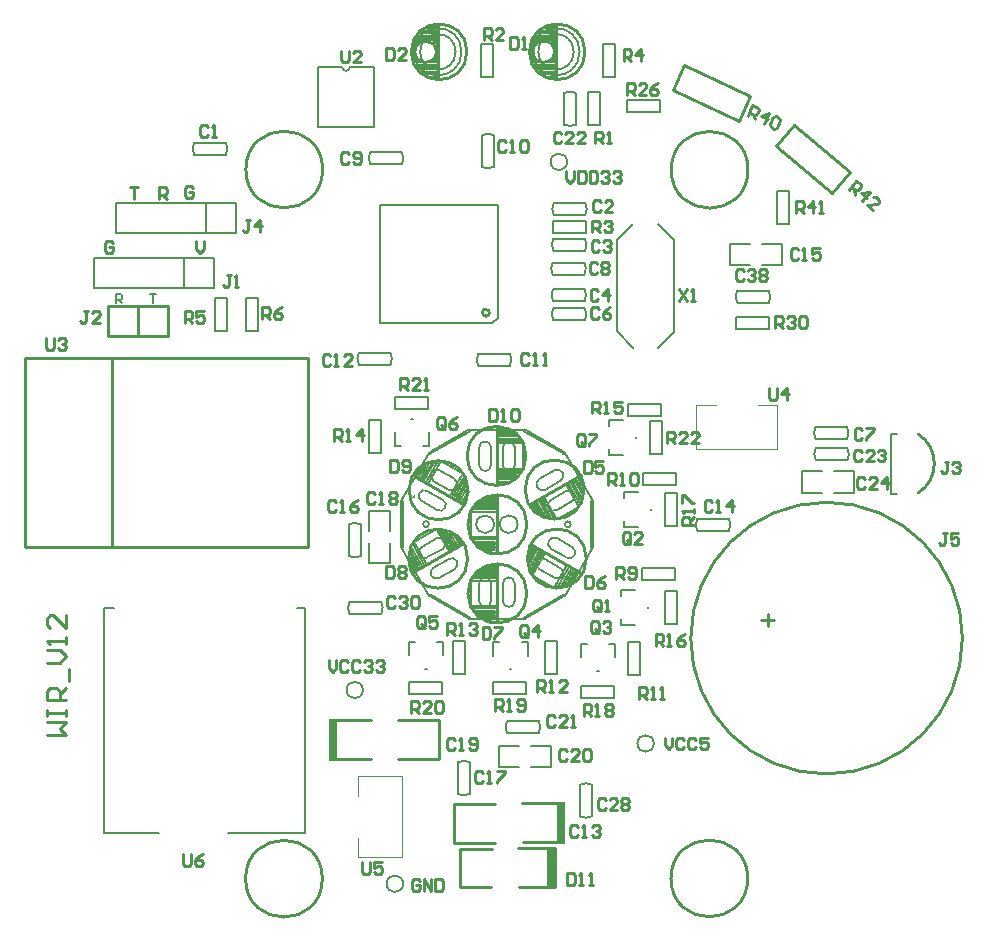
<source format=gto>
%FSLAX25Y25*%
%MOIN*%
G70*
G01*
G75*
%ADD10R,0.03000X0.03000*%
%ADD11R,0.03000X0.03000*%
%ADD12R,0.06000X0.13780*%
%ADD13R,0.05000X0.01000*%
%ADD14O,0.05000X0.01000*%
%ADD15R,0.01000X0.05000*%
%ADD16C,0.03937*%
%ADD17R,0.03600X0.03600*%
%ADD18R,0.05000X0.03600*%
%ADD19R,0.03600X0.03600*%
%ADD20R,0.03600X0.05000*%
%ADD21R,0.06000X0.05000*%
%ADD22R,0.07500X0.09000*%
%ADD23R,0.10827X0.10827*%
%ADD24R,0.05000X0.06000*%
%ADD25R,0.15748X0.11811*%
%ADD26O,0.03150X0.09843*%
%ADD27R,0.03150X0.09843*%
%ADD28R,0.11811X0.15748*%
%ADD29O,0.09843X0.03150*%
%ADD30R,0.09843X0.03150*%
%ADD31O,0.05906X0.01969*%
G04:AMPARAMS|DCode=32|XSize=86.61mil|YSize=47.24mil|CornerRadius=11.81mil|HoleSize=0mil|Usage=FLASHONLY|Rotation=270.000|XOffset=0mil|YOffset=0mil|HoleType=Round|Shape=RoundedRectangle|*
%AMROUNDEDRECTD32*
21,1,0.08661,0.02362,0,0,270.0*
21,1,0.06299,0.04724,0,0,270.0*
1,1,0.02362,-0.01181,-0.03150*
1,1,0.02362,-0.01181,0.03150*
1,1,0.02362,0.01181,0.03150*
1,1,0.02362,0.01181,-0.03150*
%
%ADD32ROUNDEDRECTD32*%
%ADD33R,0.04724X0.09449*%
%ADD34C,0.01000*%
%ADD35C,0.01969*%
%ADD36C,0.03150*%
%ADD37C,0.01181*%
%ADD38C,0.02953*%
%ADD39C,0.06000*%
%ADD40O,0.07874X0.11811*%
%ADD41C,0.06200*%
%ADD42P,0.06711X8X22.5*%
%ADD43R,0.05906X0.05906*%
%ADD44C,0.05906*%
%ADD45O,0.06000X0.04000*%
%ADD46O,0.04724X0.07874*%
%ADD47P,0.06392X8X22.5*%
%ADD48C,0.05906*%
%ADD49P,0.06392X8X142.5*%
%ADD50P,0.06392X8X82.5*%
%ADD51C,0.06299*%
%ADD52C,0.02362*%
%ADD53R,0.02362X0.04331*%
%ADD54R,0.07087X0.03150*%
%ADD55R,0.01575X0.07874*%
%ADD56O,0.01575X0.07874*%
%ADD57O,0.01969X0.05906*%
%ADD58O,0.02400X0.08000*%
%ADD59C,0.00787*%
%ADD60C,0.00500*%
%ADD61C,0.00800*%
%ADD62C,0.00394*%
%ADD63R,0.02567X0.13000*%
%ADD64R,0.02900X0.14000*%
D34*
X155661Y-38000D02*
G03*
X155661Y-38000I-45276J0D01*
G01*
X29869Y157442D02*
G03*
X29869Y157442I-9278J0D01*
G01*
X19691D02*
G03*
X19691Y157442I-3600J0D01*
G01*
X-9501D02*
G03*
X-9501Y157442I-9278J0D01*
G01*
X-19680D02*
G03*
X-19680Y157442I-3600J0D01*
G01*
X-1992Y70500D02*
G03*
X-1992Y70500I-1204J0D01*
G01*
X141012Y10413D02*
G03*
X141035Y29972I-6412J9787D01*
G01*
X10500Y-100D02*
G03*
X10500Y-100I-9843J0D01*
G01*
X29572Y11522D02*
G03*
X29572Y11522I-9843J0D01*
G01*
X30308Y-11478D02*
G03*
X30308Y-11478I-9843J0D01*
G01*
X10500Y-23100D02*
G03*
X10500Y-23100I-9843J0D01*
G01*
X-9265Y-11522D02*
G03*
X-9265Y-11522I-9843J0D01*
G01*
X-9123Y11278D02*
G03*
X-9123Y11278I-9843J0D01*
G01*
X10212Y22727D02*
G03*
X10212Y22727I-9843J0D01*
G01*
X-57600Y118200D02*
G03*
X-57600Y118200I-12795J0D01*
G01*
X84200Y118100D02*
G03*
X84200Y118100I-12795J0D01*
G01*
X84100Y-118100D02*
G03*
X84100Y-118100I-12795J0D01*
G01*
X-57700Y-118200D02*
G03*
X-57700Y-118200I-12795J0D01*
G01*
X90755Y-33996D02*
Y-29890D01*
X88499Y-31984D02*
X92846D01*
X20091Y148742D02*
Y166642D01*
X-19279Y148742D02*
Y166642D01*
X-11721Y-108145D02*
X-1229D01*
X-11721Y-121102D02*
X-1391D01*
X7893Y-121070D02*
X19972D01*
X7633Y-108070D02*
X19972D01*
Y-121070D02*
Y-108070D01*
X-11721Y-121102D02*
Y-108145D01*
X-129100Y62600D02*
X-109100D01*
Y72600D01*
X-129100D02*
X-109100D01*
X-129100Y62600D02*
Y72600D01*
X-119100Y62600D02*
Y72600D01*
X-13700Y-106140D02*
Y-93183D01*
X21187Y-106109D02*
Y-93109D01*
X8848D02*
X21187D01*
X9108Y-106109D02*
X21187D01*
X-13700Y-106140D02*
X-176D01*
X-13700Y-93183D02*
X-14D01*
X-18800Y-78255D02*
Y-65298D01*
X-53687Y-78330D02*
Y-65330D01*
Y-78330D02*
X-41348D01*
X-53687Y-65330D02*
X-41608D01*
X-32324Y-65298D02*
X-18800D01*
X-32486Y-78255D02*
X-18800D01*
X-156800Y-7500D02*
X-62312D01*
X-156800D02*
Y55492D01*
X-62312D01*
Y-7500D02*
Y55492D01*
X-127800Y-7500D02*
Y55492D01*
X-3900Y8500D02*
X200D01*
X500Y-9500D02*
Y9300D01*
X-1400D02*
X500D01*
X-2200Y-9500D02*
X500D01*
X-2200Y8500D02*
X-1400Y9300D01*
X12510Y6826D02*
X14560Y3275D01*
X11667Y6686D02*
X27949Y16086D01*
X11667Y6686D02*
X12617Y5040D01*
X27949Y16086D02*
X29299Y13748D01*
X12617Y5040D02*
X13710Y4748D01*
X10739Y-11125D02*
X12789Y-7574D01*
X12246Y-6914D02*
X28527Y-16314D01*
X11296Y-8560D02*
X12246Y-6914D01*
X27177Y-18652D02*
X28527Y-16314D01*
X11296Y-8560D02*
X11589Y-9652D01*
X-3900Y-14500D02*
X200D01*
X500Y-32500D02*
Y-13700D01*
X-1400D02*
X500D01*
X-2200Y-32500D02*
X500D01*
X-2200Y-14500D02*
X-1400Y-13700D01*
X-13939Y-3275D02*
X-11889Y-6826D01*
X-27327Y-16086D02*
X-11046Y-6686D01*
X-11996Y-5040D02*
X-11046Y-6686D01*
X-28677Y-13748D02*
X-27327Y-16086D01*
X-13089Y-4748D02*
X-11996Y-5040D01*
X-11289Y7374D02*
X-9239Y10925D01*
X-27027Y16114D02*
X-10746Y6714D01*
X-9796Y8360D01*
X-27027Y16114D02*
X-25677Y18452D01*
X-10089Y9452D02*
X-9796Y8360D01*
X827Y14127D02*
X4927D01*
X527Y13327D02*
Y32127D01*
Y13327D02*
X2427D01*
X527Y32127D02*
X3227D01*
X2427Y13327D02*
X3227Y14127D01*
X59044Y144841D02*
X62878Y153065D01*
X84968Y142765D01*
X81122Y134517D02*
X84968Y142765D01*
X59044Y144841D02*
X81122Y134517D01*
X93658Y125985D02*
X99491Y132936D01*
X118162Y117270D01*
X112312Y110299D02*
X118162Y117270D01*
X93658Y125985D02*
X112312Y110299D01*
X43800Y143100D02*
Y147036D01*
X45768D01*
X46424Y146380D01*
Y145068D01*
X45768Y144412D01*
X43800D01*
X45112D02*
X46424Y143100D01*
X50360D02*
X47736D01*
X50360Y145724D01*
Y146380D01*
X49704Y147036D01*
X48392D01*
X47736Y146380D01*
X54295Y147036D02*
X52983Y146380D01*
X51671Y145068D01*
Y143756D01*
X52327Y143100D01*
X53639D01*
X54295Y143756D01*
Y144412D01*
X53639Y145068D01*
X51671D01*
X150424Y-3064D02*
X149112D01*
X149768D01*
Y-6344D01*
X149112Y-7000D01*
X148456D01*
X147800Y-6344D01*
X154360Y-3064D02*
X151736D01*
Y-5032D01*
X153048Y-4376D01*
X153704D01*
X154360Y-5032D01*
Y-6344D01*
X153704Y-7000D01*
X152392D01*
X151736Y-6344D01*
X36724Y-91920D02*
X36068Y-91264D01*
X34756D01*
X34100Y-91920D01*
Y-94544D01*
X34756Y-95200D01*
X36068D01*
X36724Y-94544D01*
X40660Y-95200D02*
X38036D01*
X40660Y-92576D01*
Y-91920D01*
X40004Y-91264D01*
X38692D01*
X38036Y-91920D01*
X41971D02*
X42627Y-91264D01*
X43939D01*
X44595Y-91920D01*
Y-92576D01*
X43939Y-93232D01*
X44595Y-93888D01*
Y-94544D01*
X43939Y-95200D01*
X42627D01*
X41971Y-94544D01*
Y-93888D01*
X42627Y-93232D01*
X41971Y-92576D01*
Y-91920D01*
X42627Y-93232D02*
X43939D01*
X93300Y65500D02*
Y69436D01*
X95268D01*
X95924Y68780D01*
Y67468D01*
X95268Y66812D01*
X93300D01*
X94612D02*
X95924Y65500D01*
X97236Y68780D02*
X97892Y69436D01*
X99204D01*
X99860Y68780D01*
Y68124D01*
X99204Y67468D01*
X98548D01*
X99204D01*
X99860Y66812D01*
Y66156D01*
X99204Y65500D01*
X97892D01*
X97236Y66156D01*
X101172Y68780D02*
X101827Y69436D01*
X103139D01*
X103795Y68780D01*
Y66156D01*
X103139Y65500D01*
X101827D01*
X101172Y66156D01*
Y68780D01*
X47800Y-58300D02*
Y-54364D01*
X49768D01*
X50424Y-55020D01*
Y-56332D01*
X49768Y-56988D01*
X47800D01*
X49112D02*
X50424Y-58300D01*
X51736D02*
X53048D01*
X52392D01*
Y-54364D01*
X51736Y-55020D01*
X55015Y-58300D02*
X56327D01*
X55672D01*
Y-54364D01*
X55015Y-55020D01*
X82724Y84480D02*
X82068Y85136D01*
X80756D01*
X80100Y84480D01*
Y81856D01*
X80756Y81200D01*
X82068D01*
X82724Y81856D01*
X84036Y84480D02*
X84692Y85136D01*
X86004D01*
X86660Y84480D01*
Y83824D01*
X86004Y83168D01*
X85348D01*
X86004D01*
X86660Y82512D01*
Y81856D01*
X86004Y81200D01*
X84692D01*
X84036Y81856D01*
X87972Y84480D02*
X88627Y85136D01*
X89939D01*
X90595Y84480D01*
Y83824D01*
X89939Y83168D01*
X90595Y82512D01*
Y81856D01*
X89939Y81200D01*
X88627D01*
X87972Y81856D01*
Y82512D01*
X88627Y83168D01*
X87972Y83824D01*
Y84480D01*
X88627Y83168D02*
X89939D01*
X-95876Y132380D02*
X-96532Y133036D01*
X-97844D01*
X-98500Y132380D01*
Y129756D01*
X-97844Y129100D01*
X-96532D01*
X-95876Y129756D01*
X-94564Y129100D02*
X-93252D01*
X-93908D01*
Y133036D01*
X-94564Y132380D01*
X35074Y107430D02*
X34418Y108086D01*
X33106D01*
X32450Y107430D01*
Y104806D01*
X33106Y104150D01*
X34418D01*
X35074Y104806D01*
X39010Y104150D02*
X36386D01*
X39010Y106774D01*
Y107430D01*
X38354Y108086D01*
X37042D01*
X36386Y107430D01*
X34674Y94130D02*
X34018Y94786D01*
X32706D01*
X32050Y94130D01*
Y91506D01*
X32706Y90850D01*
X34018D01*
X34674Y91506D01*
X35986Y94130D02*
X36642Y94786D01*
X37954D01*
X38610Y94130D01*
Y93474D01*
X37954Y92818D01*
X37298D01*
X37954D01*
X38610Y92162D01*
Y91506D01*
X37954Y90850D01*
X36642D01*
X35986Y91506D01*
X34324Y77680D02*
X33668Y78336D01*
X32356D01*
X31700Y77680D01*
Y75056D01*
X32356Y74400D01*
X33668D01*
X34324Y75056D01*
X37604Y74400D02*
Y78336D01*
X35636Y76368D01*
X38260D01*
X34424Y71580D02*
X33768Y72236D01*
X32456D01*
X31800Y71580D01*
Y68956D01*
X32456Y68300D01*
X33768D01*
X34424Y68956D01*
X38360Y72236D02*
X37048Y71580D01*
X35736Y70268D01*
Y68956D01*
X36392Y68300D01*
X37704D01*
X38360Y68956D01*
Y69612D01*
X37704Y70268D01*
X35736D01*
X122324Y31480D02*
X121668Y32136D01*
X120356D01*
X119700Y31480D01*
Y28856D01*
X120356Y28200D01*
X121668D01*
X122324Y28856D01*
X123636Y32136D02*
X126260D01*
Y31480D01*
X123636Y28856D01*
Y28200D01*
X34024Y86680D02*
X33368Y87336D01*
X32056D01*
X31400Y86680D01*
Y84056D01*
X32056Y83400D01*
X33368D01*
X34024Y84056D01*
X35336Y86680D02*
X35992Y87336D01*
X37304D01*
X37960Y86680D01*
Y86024D01*
X37304Y85368D01*
X37960Y84712D01*
Y84056D01*
X37304Y83400D01*
X35992D01*
X35336Y84056D01*
Y84712D01*
X35992Y85368D01*
X35336Y86024D01*
Y86680D01*
X35992Y85368D02*
X37304D01*
X-48776Y123280D02*
X-49432Y123936D01*
X-50744D01*
X-51400Y123280D01*
Y120656D01*
X-50744Y120000D01*
X-49432D01*
X-48776Y120656D01*
X-47464D02*
X-46808Y120000D01*
X-45496D01*
X-44840Y120656D01*
Y123280D01*
X-45496Y123936D01*
X-46808D01*
X-47464Y123280D01*
Y122624D01*
X-46808Y121968D01*
X-44840D01*
X3524Y127480D02*
X2868Y128136D01*
X1556D01*
X900Y127480D01*
Y124856D01*
X1556Y124200D01*
X2868D01*
X3524Y124856D01*
X4836Y124200D02*
X6148D01*
X5492D01*
Y128136D01*
X4836Y127480D01*
X8116D02*
X8771Y128136D01*
X10083D01*
X10739Y127480D01*
Y124856D01*
X10083Y124200D01*
X8771D01*
X8116Y124856D01*
Y127480D01*
X11124Y56380D02*
X10468Y57036D01*
X9156D01*
X8500Y56380D01*
Y53756D01*
X9156Y53100D01*
X10468D01*
X11124Y53756D01*
X12436Y53100D02*
X13748D01*
X13092D01*
Y57036D01*
X12436Y56380D01*
X15716Y53100D02*
X17027D01*
X16372D01*
Y57036D01*
X15716Y56380D01*
X-54976Y55980D02*
X-55632Y56636D01*
X-56944D01*
X-57600Y55980D01*
Y53356D01*
X-56944Y52700D01*
X-55632D01*
X-54976Y53356D01*
X-53664Y52700D02*
X-52352D01*
X-53008D01*
Y56636D01*
X-53664Y55980D01*
X-47761Y52700D02*
X-50384D01*
X-47761Y55324D01*
Y55980D01*
X-48417Y56636D01*
X-49729D01*
X-50384Y55980D01*
X27624Y-101020D02*
X26968Y-100364D01*
X25656D01*
X25000Y-101020D01*
Y-103644D01*
X25656Y-104300D01*
X26968D01*
X27624Y-103644D01*
X28936Y-104300D02*
X30248D01*
X29592D01*
Y-100364D01*
X28936Y-101020D01*
X32215D02*
X32871Y-100364D01*
X34183D01*
X34839Y-101020D01*
Y-101676D01*
X34183Y-102332D01*
X33527D01*
X34183D01*
X34839Y-102988D01*
Y-103644D01*
X34183Y-104300D01*
X32871D01*
X32215Y-103644D01*
X72324Y7380D02*
X71668Y8036D01*
X70356D01*
X69700Y7380D01*
Y4756D01*
X70356Y4100D01*
X71668D01*
X72324Y4756D01*
X73636Y4100D02*
X74948D01*
X74292D01*
Y8036D01*
X73636Y7380D01*
X78883Y4100D02*
Y8036D01*
X76916Y6068D01*
X79539D01*
X101024Y91480D02*
X100368Y92136D01*
X99056D01*
X98400Y91480D01*
Y88856D01*
X99056Y88200D01*
X100368D01*
X101024Y88856D01*
X102336Y88200D02*
X103648D01*
X102992D01*
Y92136D01*
X102336Y91480D01*
X108239Y92136D02*
X105615D01*
Y90168D01*
X106927Y90824D01*
X107583D01*
X108239Y90168D01*
Y88856D01*
X107583Y88200D01*
X106272D01*
X105615Y88856D01*
X-53076Y7280D02*
X-53732Y7936D01*
X-55044D01*
X-55700Y7280D01*
Y4656D01*
X-55044Y4000D01*
X-53732D01*
X-53076Y4656D01*
X-51764Y4000D02*
X-50452D01*
X-51108D01*
Y7936D01*
X-51764Y7280D01*
X-45861Y7936D02*
X-47173Y7280D01*
X-48485Y5968D01*
Y4656D01*
X-47829Y4000D01*
X-46517D01*
X-45861Y4656D01*
Y5312D01*
X-46517Y5968D01*
X-48485D01*
X-4176Y-83020D02*
X-4832Y-82364D01*
X-6144D01*
X-6800Y-83020D01*
Y-85644D01*
X-6144Y-86300D01*
X-4832D01*
X-4176Y-85644D01*
X-2864Y-86300D02*
X-1552D01*
X-2208D01*
Y-82364D01*
X-2864Y-83020D01*
X416Y-82364D02*
X3039D01*
Y-83020D01*
X416Y-85644D01*
Y-86300D01*
X-40176Y10080D02*
X-40832Y10736D01*
X-42144D01*
X-42800Y10080D01*
Y7456D01*
X-42144Y6800D01*
X-40832D01*
X-40176Y7456D01*
X-38864Y6800D02*
X-37552D01*
X-38208D01*
Y10736D01*
X-38864Y10080D01*
X-35585D02*
X-34929Y10736D01*
X-33617D01*
X-32961Y10080D01*
Y9424D01*
X-33617Y8768D01*
X-32961Y8112D01*
Y7456D01*
X-33617Y6800D01*
X-34929D01*
X-35585Y7456D01*
Y8112D01*
X-34929Y8768D01*
X-35585Y9424D01*
Y10080D01*
X-34929Y8768D02*
X-33617D01*
X-13376Y-71920D02*
X-14032Y-71264D01*
X-15344D01*
X-16000Y-71920D01*
Y-74544D01*
X-15344Y-75200D01*
X-14032D01*
X-13376Y-74544D01*
X-12064Y-75200D02*
X-10752D01*
X-11408D01*
Y-71264D01*
X-12064Y-71920D01*
X-8784Y-74544D02*
X-8128Y-75200D01*
X-6817D01*
X-6161Y-74544D01*
Y-71920D01*
X-6817Y-71264D01*
X-8128D01*
X-8784Y-71920D01*
Y-72576D01*
X-8128Y-73232D01*
X-6161D01*
X23824Y-75620D02*
X23168Y-74964D01*
X21856D01*
X21200Y-75620D01*
Y-78244D01*
X21856Y-78900D01*
X23168D01*
X23824Y-78244D01*
X27760Y-78900D02*
X25136D01*
X27760Y-76276D01*
Y-75620D01*
X27104Y-74964D01*
X25792D01*
X25136Y-75620D01*
X29072D02*
X29727Y-74964D01*
X31039D01*
X31695Y-75620D01*
Y-78244D01*
X31039Y-78900D01*
X29727D01*
X29072Y-78244D01*
Y-75620D01*
X19924Y-64420D02*
X19268Y-63764D01*
X17956D01*
X17300Y-64420D01*
Y-67044D01*
X17956Y-67700D01*
X19268D01*
X19924Y-67044D01*
X23860Y-67700D02*
X21236D01*
X23860Y-65076D01*
Y-64420D01*
X23204Y-63764D01*
X21892D01*
X21236Y-64420D01*
X25172Y-67700D02*
X26483D01*
X25827D01*
Y-63764D01*
X25172Y-64420D01*
X22024Y130180D02*
X21368Y130836D01*
X20056D01*
X19400Y130180D01*
Y127556D01*
X20056Y126900D01*
X21368D01*
X22024Y127556D01*
X25960Y126900D02*
X23336D01*
X25960Y129524D01*
Y130180D01*
X25304Y130836D01*
X23992D01*
X23336Y130180D01*
X29895Y126900D02*
X27272D01*
X29895Y129524D01*
Y130180D01*
X29239Y130836D01*
X27927D01*
X27272Y130180D01*
X122124Y24180D02*
X121468Y24836D01*
X120156D01*
X119500Y24180D01*
Y21556D01*
X120156Y20900D01*
X121468D01*
X122124Y21556D01*
X126060Y20900D02*
X123436D01*
X126060Y23524D01*
Y24180D01*
X125404Y24836D01*
X124092D01*
X123436Y24180D01*
X127372D02*
X128027Y24836D01*
X129339D01*
X129995Y24180D01*
Y23524D01*
X129339Y22868D01*
X128683D01*
X129339D01*
X129995Y22212D01*
Y21556D01*
X129339Y20900D01*
X128027D01*
X127372Y21556D01*
X123224Y14980D02*
X122568Y15636D01*
X121256D01*
X120600Y14980D01*
Y12356D01*
X121256Y11700D01*
X122568D01*
X123224Y12356D01*
X127160Y11700D02*
X124536D01*
X127160Y14324D01*
Y14980D01*
X126504Y15636D01*
X125192D01*
X124536Y14980D01*
X130439Y11700D02*
Y15636D01*
X128472Y13668D01*
X131095D01*
X5000Y162436D02*
Y158500D01*
X6968D01*
X7624Y159156D01*
Y161780D01*
X6968Y162436D01*
X5000D01*
X8936Y158500D02*
X10248D01*
X9592D01*
Y162436D01*
X8936Y161780D01*
X-36400Y158736D02*
Y154800D01*
X-34432D01*
X-33776Y155456D01*
Y158080D01*
X-34432Y158736D01*
X-36400D01*
X-29840Y154800D02*
X-32464D01*
X-29840Y157424D01*
Y158080D01*
X-30496Y158736D01*
X-31808D01*
X-32464Y158080D01*
X29419Y21116D02*
Y17181D01*
X31387D01*
X32043Y17837D01*
Y20460D01*
X31387Y21116D01*
X29419D01*
X35979D02*
X33355D01*
Y19149D01*
X34667Y19805D01*
X35323D01*
X35979Y19149D01*
Y17837D01*
X35323Y17181D01*
X34011D01*
X33355Y17837D01*
X29900Y-17264D02*
Y-21200D01*
X31868D01*
X32524Y-20544D01*
Y-17920D01*
X31868Y-17264D01*
X29900D01*
X36460D02*
X35148Y-17920D01*
X33836Y-19232D01*
Y-20544D01*
X34492Y-21200D01*
X35804D01*
X36460Y-20544D01*
Y-19888D01*
X35804Y-19232D01*
X33836D01*
X-4300Y-34464D02*
Y-38400D01*
X-2332D01*
X-1676Y-37744D01*
Y-35120D01*
X-2332Y-34464D01*
X-4300D01*
X-364D02*
X2260D01*
Y-35120D01*
X-364Y-37744D01*
Y-38400D01*
X-36400Y-14064D02*
Y-18000D01*
X-34432D01*
X-33776Y-17344D01*
Y-14720D01*
X-34432Y-14064D01*
X-36400D01*
X-32464Y-14720D02*
X-31808Y-14064D01*
X-30496D01*
X-29840Y-14720D01*
Y-15376D01*
X-30496Y-16032D01*
X-29840Y-16688D01*
Y-17344D01*
X-30496Y-18000D01*
X-31808D01*
X-32464Y-17344D01*
Y-16688D01*
X-31808Y-16032D01*
X-32464Y-15376D01*
Y-14720D01*
X-31808Y-16032D02*
X-30496D01*
X-35000Y21336D02*
Y17400D01*
X-33032D01*
X-32376Y18056D01*
Y20680D01*
X-33032Y21336D01*
X-35000D01*
X-31064Y18056D02*
X-30408Y17400D01*
X-29096D01*
X-28440Y18056D01*
Y20680D01*
X-29096Y21336D01*
X-30408D01*
X-31064Y20680D01*
Y20024D01*
X-30408Y19368D01*
X-28440D01*
X-1973Y38263D02*
Y34327D01*
X-5D01*
X651Y34983D01*
Y37607D01*
X-5Y38263D01*
X-1973D01*
X1963Y34327D02*
X3275D01*
X2619D01*
Y38263D01*
X1963Y37607D01*
X5243D02*
X5899Y38263D01*
X7210D01*
X7867Y37607D01*
Y34983D01*
X7210Y34327D01*
X5899D01*
X5243Y34983D01*
Y37607D01*
X24000Y-116264D02*
Y-120200D01*
X25968D01*
X26624Y-119544D01*
Y-116920D01*
X25968Y-116264D01*
X24000D01*
X27936Y-120200D02*
X29248D01*
X28592D01*
Y-116264D01*
X27936Y-116920D01*
X31216Y-120200D02*
X32527D01*
X31872D01*
Y-116264D01*
X31216Y-116920D01*
X-25276Y-119020D02*
X-25932Y-118364D01*
X-27244D01*
X-27900Y-119020D01*
Y-121644D01*
X-27244Y-122300D01*
X-25932D01*
X-25276Y-121644D01*
Y-120332D01*
X-26588D01*
X-23964Y-122300D02*
Y-118364D01*
X-21340Y-122300D01*
Y-118364D01*
X-20029D02*
Y-122300D01*
X-18061D01*
X-17405Y-121644D01*
Y-119020D01*
X-18061Y-118364D01*
X-20029D01*
X-88276Y83036D02*
X-89588D01*
X-88932D01*
Y79756D01*
X-89588Y79100D01*
X-90244D01*
X-90900Y79756D01*
X-86964Y79100D02*
X-85652D01*
X-86308D01*
Y83036D01*
X-86964Y82380D01*
X-135776Y71036D02*
X-137088D01*
X-136432D01*
Y67756D01*
X-137088Y67100D01*
X-137744D01*
X-138400Y67756D01*
X-131840Y67100D02*
X-134464D01*
X-131840Y69724D01*
Y70380D01*
X-132496Y71036D01*
X-133808D01*
X-134464Y70380D01*
X151024Y20836D02*
X149712D01*
X150368D01*
Y17556D01*
X149712Y16900D01*
X149056D01*
X148400Y17556D01*
X152336Y20180D02*
X152992Y20836D01*
X154304D01*
X154960Y20180D01*
Y19524D01*
X154304Y18868D01*
X153648D01*
X154304D01*
X154960Y18212D01*
Y17556D01*
X154304Y16900D01*
X152992D01*
X152336Y17556D01*
X-81676Y101236D02*
X-82988D01*
X-82332D01*
Y97956D01*
X-82988Y97300D01*
X-83644D01*
X-84300Y97956D01*
X-78396Y97300D02*
Y101236D01*
X-80364Y99268D01*
X-77740D01*
X35124Y-28444D02*
Y-25820D01*
X34468Y-25164D01*
X33156D01*
X32500Y-25820D01*
Y-28444D01*
X33156Y-29100D01*
X34468D01*
X33812Y-27788D02*
X35124Y-29100D01*
X34468D02*
X35124Y-28444D01*
X36436Y-29100D02*
X37748D01*
X37092D01*
Y-25164D01*
X36436Y-25820D01*
X45024Y-5844D02*
Y-3220D01*
X44368Y-2564D01*
X43056D01*
X42400Y-3220D01*
Y-5844D01*
X43056Y-6500D01*
X44368D01*
X43712Y-5188D02*
X45024Y-6500D01*
X44368D02*
X45024Y-5844D01*
X48960Y-6500D02*
X46336D01*
X48960Y-3876D01*
Y-3220D01*
X48304Y-2564D01*
X46992D01*
X46336Y-3220D01*
X34424Y-35744D02*
Y-33120D01*
X33768Y-32464D01*
X32456D01*
X31800Y-33120D01*
Y-35744D01*
X32456Y-36400D01*
X33768D01*
X33112Y-35088D02*
X34424Y-36400D01*
X33768D02*
X34424Y-35744D01*
X35736Y-33120D02*
X36392Y-32464D01*
X37704D01*
X38360Y-33120D01*
Y-33776D01*
X37704Y-34432D01*
X37048D01*
X37704D01*
X38360Y-35088D01*
Y-35744D01*
X37704Y-36400D01*
X36392D01*
X35736Y-35744D01*
X10924Y-37044D02*
Y-34420D01*
X10268Y-33764D01*
X8956D01*
X8300Y-34420D01*
Y-37044D01*
X8956Y-37700D01*
X10268D01*
X9612Y-36388D02*
X10924Y-37700D01*
X10268D02*
X10924Y-37044D01*
X14204Y-37700D02*
Y-33764D01*
X12236Y-35732D01*
X14860D01*
X-23476Y-33944D02*
Y-31320D01*
X-24132Y-30664D01*
X-25444D01*
X-26100Y-31320D01*
Y-33944D01*
X-25444Y-34600D01*
X-24132D01*
X-24788Y-33288D02*
X-23476Y-34600D01*
X-24132D02*
X-23476Y-33944D01*
X-19540Y-30664D02*
X-22164D01*
Y-32632D01*
X-20852Y-31976D01*
X-20196D01*
X-19540Y-32632D01*
Y-33944D01*
X-20196Y-34600D01*
X-21508D01*
X-22164Y-33944D01*
X-16876Y32456D02*
Y35080D01*
X-17532Y35736D01*
X-18844D01*
X-19500Y35080D01*
Y32456D01*
X-18844Y31800D01*
X-17532D01*
X-18188Y33112D02*
X-16876Y31800D01*
X-17532D02*
X-16876Y32456D01*
X-12940Y35736D02*
X-14252Y35080D01*
X-15564Y33768D01*
Y32456D01*
X-14908Y31800D01*
X-13596D01*
X-12940Y32456D01*
Y33112D01*
X-13596Y33768D01*
X-15564D01*
X29724Y26856D02*
Y29480D01*
X29068Y30136D01*
X27756D01*
X27100Y29480D01*
Y26856D01*
X27756Y26200D01*
X29068D01*
X28412Y27512D02*
X29724Y26200D01*
X29068D02*
X29724Y26856D01*
X31036Y30136D02*
X33660D01*
Y29480D01*
X31036Y26856D01*
Y26200D01*
X33300Y126900D02*
Y130836D01*
X35268D01*
X35924Y130180D01*
Y128868D01*
X35268Y128212D01*
X33300D01*
X34612D02*
X35924Y126900D01*
X37236D02*
X38548D01*
X37892D01*
Y130836D01*
X37236Y130180D01*
X-3900Y161500D02*
Y165436D01*
X-1932D01*
X-1276Y164780D01*
Y163468D01*
X-1932Y162812D01*
X-3900D01*
X-2588D02*
X-1276Y161500D01*
X2660D02*
X36D01*
X2660Y164124D01*
Y164780D01*
X2004Y165436D01*
X692D01*
X36Y164780D01*
X32250Y97250D02*
Y101186D01*
X34218D01*
X34874Y100530D01*
Y99218D01*
X34218Y98562D01*
X32250D01*
X33562D02*
X34874Y97250D01*
X36186Y100530D02*
X36842Y101186D01*
X38154D01*
X38810Y100530D01*
Y99874D01*
X38154Y99218D01*
X37498D01*
X38154D01*
X38810Y98562D01*
Y97906D01*
X38154Y97250D01*
X36842D01*
X36186Y97906D01*
X42700Y154400D02*
Y158336D01*
X44668D01*
X45324Y157680D01*
Y156368D01*
X44668Y155712D01*
X42700D01*
X44012D02*
X45324Y154400D01*
X48604D02*
Y158336D01*
X46636Y156368D01*
X49260D01*
X-103600Y67200D02*
Y71136D01*
X-101632D01*
X-100976Y70480D01*
Y69168D01*
X-101632Y68512D01*
X-103600D01*
X-102288D02*
X-100976Y67200D01*
X-97040Y71136D02*
X-99664D01*
Y69168D01*
X-98352Y69824D01*
X-97696D01*
X-97040Y69168D01*
Y67856D01*
X-97696Y67200D01*
X-99008D01*
X-99664Y67856D01*
X-77700Y68400D02*
Y72336D01*
X-75732D01*
X-75076Y71680D01*
Y70368D01*
X-75732Y69712D01*
X-77700D01*
X-76388D02*
X-75076Y68400D01*
X-71140Y72336D02*
X-72452Y71680D01*
X-73764Y70368D01*
Y69056D01*
X-73108Y68400D01*
X-71796D01*
X-71140Y69056D01*
Y69712D01*
X-71796Y70368D01*
X-73764D01*
X40300Y-18300D02*
Y-14364D01*
X42268D01*
X42924Y-15020D01*
Y-16332D01*
X42268Y-16988D01*
X40300D01*
X41612D02*
X42924Y-18300D01*
X44236Y-17644D02*
X44892Y-18300D01*
X46204D01*
X46860Y-17644D01*
Y-15020D01*
X46204Y-14364D01*
X44892D01*
X44236Y-15020D01*
Y-15676D01*
X44892Y-16332D01*
X46860D01*
X37600Y13000D02*
Y16936D01*
X39568D01*
X40224Y16280D01*
Y14968D01*
X39568Y14312D01*
X37600D01*
X38912D02*
X40224Y13000D01*
X41536D02*
X42848D01*
X42192D01*
Y16936D01*
X41536Y16280D01*
X44815D02*
X45472Y16936D01*
X46783D01*
X47439Y16280D01*
Y13656D01*
X46783Y13000D01*
X45472D01*
X44815Y13656D01*
Y16280D01*
X14000Y-55800D02*
Y-51864D01*
X15968D01*
X16624Y-52520D01*
Y-53832D01*
X15968Y-54488D01*
X14000D01*
X15312D02*
X16624Y-55800D01*
X17936D02*
X19248D01*
X18592D01*
Y-51864D01*
X17936Y-52520D01*
X23839Y-55800D02*
X21215D01*
X23839Y-53176D01*
Y-52520D01*
X23183Y-51864D01*
X21871D01*
X21215Y-52520D01*
X-16100Y-36900D02*
Y-32964D01*
X-14132D01*
X-13476Y-33620D01*
Y-34932D01*
X-14132Y-35588D01*
X-16100D01*
X-14788D02*
X-13476Y-36900D01*
X-12164D02*
X-10852D01*
X-11508D01*
Y-32964D01*
X-12164Y-33620D01*
X-8884D02*
X-8229Y-32964D01*
X-6917D01*
X-6261Y-33620D01*
Y-34276D01*
X-6917Y-34932D01*
X-7573D01*
X-6917D01*
X-6261Y-35588D01*
Y-36244D01*
X-6917Y-36900D01*
X-8229D01*
X-8884Y-36244D01*
X-53800Y27700D02*
Y31636D01*
X-51832D01*
X-51176Y30980D01*
Y29668D01*
X-51832Y29012D01*
X-53800D01*
X-52488D02*
X-51176Y27700D01*
X-49864D02*
X-48552D01*
X-49208D01*
Y31636D01*
X-49864Y30980D01*
X-44617Y27700D02*
Y31636D01*
X-46584Y29668D01*
X-43961D01*
X32300Y36900D02*
Y40836D01*
X34268D01*
X34924Y40180D01*
Y38868D01*
X34268Y38212D01*
X32300D01*
X33612D02*
X34924Y36900D01*
X36236D02*
X37548D01*
X36892D01*
Y40836D01*
X36236Y40180D01*
X42139Y40836D02*
X39516D01*
Y38868D01*
X40827Y39524D01*
X41483D01*
X42139Y38868D01*
Y37556D01*
X41483Y36900D01*
X40172D01*
X39516Y37556D01*
X53400Y-40600D02*
Y-36664D01*
X55368D01*
X56024Y-37320D01*
Y-38632D01*
X55368Y-39288D01*
X53400D01*
X54712D02*
X56024Y-40600D01*
X57336D02*
X58648D01*
X57992D01*
Y-36664D01*
X57336Y-37320D01*
X63239Y-36664D02*
X61927Y-37320D01*
X60615Y-38632D01*
Y-39944D01*
X61272Y-40600D01*
X62583D01*
X63239Y-39944D01*
Y-39288D01*
X62583Y-38632D01*
X60615D01*
X66100Y-200D02*
X62164D01*
Y1768D01*
X62820Y2424D01*
X64132D01*
X64788Y1768D01*
Y-200D01*
Y1112D02*
X66100Y2424D01*
Y3736D02*
Y5048D01*
Y4392D01*
X62164D01*
X62820Y3736D01*
X62164Y7016D02*
Y9639D01*
X62820D01*
X65444Y7016D01*
X66100D01*
X29400Y-64000D02*
Y-60064D01*
X31368D01*
X32024Y-60720D01*
Y-62032D01*
X31368Y-62688D01*
X29400D01*
X30712D02*
X32024Y-64000D01*
X33336D02*
X34648D01*
X33992D01*
Y-60064D01*
X33336Y-60720D01*
X36615D02*
X37271Y-60064D01*
X38583D01*
X39239Y-60720D01*
Y-61376D01*
X38583Y-62032D01*
X39239Y-62688D01*
Y-63344D01*
X38583Y-64000D01*
X37271D01*
X36615Y-63344D01*
Y-62688D01*
X37271Y-62032D01*
X36615Y-61376D01*
Y-60720D01*
X37271Y-62032D02*
X38583D01*
X0Y-62200D02*
Y-58264D01*
X1968D01*
X2624Y-58920D01*
Y-60232D01*
X1968Y-60888D01*
X0D01*
X1312D02*
X2624Y-62200D01*
X3936D02*
X5248D01*
X4592D01*
Y-58264D01*
X3936Y-58920D01*
X7215Y-61544D02*
X7871Y-62200D01*
X9183D01*
X9839Y-61544D01*
Y-58920D01*
X9183Y-58264D01*
X7871D01*
X7215Y-58920D01*
Y-59576D01*
X7871Y-60232D01*
X9839D01*
X-28000Y-62800D02*
Y-58864D01*
X-26032D01*
X-25376Y-59520D01*
Y-60832D01*
X-26032Y-61488D01*
X-28000D01*
X-26688D02*
X-25376Y-62800D01*
X-21440D02*
X-24064D01*
X-21440Y-60176D01*
Y-59520D01*
X-22096Y-58864D01*
X-23408D01*
X-24064Y-59520D01*
X-20129D02*
X-19473Y-58864D01*
X-18161D01*
X-17505Y-59520D01*
Y-62144D01*
X-18161Y-62800D01*
X-19473D01*
X-20129Y-62144D01*
Y-59520D01*
X-31800Y44600D02*
Y48536D01*
X-29832D01*
X-29176Y47880D01*
Y46568D01*
X-29832Y45912D01*
X-31800D01*
X-30488D02*
X-29176Y44600D01*
X-25240D02*
X-27864D01*
X-25240Y47224D01*
Y47880D01*
X-25896Y48536D01*
X-27208D01*
X-27864Y47880D01*
X-23929Y44600D02*
X-22617D01*
X-23273D01*
Y48536D01*
X-23929Y47880D01*
X57300Y26900D02*
Y30836D01*
X59268D01*
X59924Y30180D01*
Y28868D01*
X59268Y28212D01*
X57300D01*
X58612D02*
X59924Y26900D01*
X63860D02*
X61236D01*
X63860Y29524D01*
Y30180D01*
X63204Y30836D01*
X61892D01*
X61236Y30180D01*
X67795Y26900D02*
X65171D01*
X67795Y29524D01*
Y30180D01*
X67139Y30836D01*
X65827D01*
X65171Y30180D01*
X-51400Y157836D02*
Y154556D01*
X-50744Y153900D01*
X-49432D01*
X-48776Y154556D01*
Y157836D01*
X-44840Y153900D02*
X-47464D01*
X-44840Y156524D01*
Y157180D01*
X-45496Y157836D01*
X-46808D01*
X-47464Y157180D01*
X91200Y45436D02*
Y42156D01*
X91856Y41500D01*
X93168D01*
X93824Y42156D01*
Y45436D01*
X97104Y41500D02*
Y45436D01*
X95136Y43468D01*
X97760D01*
X-44500Y-112764D02*
Y-116044D01*
X-43844Y-116700D01*
X-42532D01*
X-41876Y-116044D01*
Y-112764D01*
X-37940D02*
X-40564D01*
Y-114732D01*
X-39252Y-114076D01*
X-38596D01*
X-37940Y-114732D01*
Y-116044D01*
X-38596Y-116700D01*
X-39908D01*
X-40564Y-116044D01*
X56400Y-71164D02*
Y-73788D01*
X57712Y-75100D01*
X59024Y-73788D01*
Y-71164D01*
X62960Y-71820D02*
X62304Y-71164D01*
X60992D01*
X60336Y-71820D01*
Y-74444D01*
X60992Y-75100D01*
X62304D01*
X62960Y-74444D01*
X66895Y-71820D02*
X66239Y-71164D01*
X64927D01*
X64271Y-71820D01*
Y-74444D01*
X64927Y-75100D01*
X66239D01*
X66895Y-74444D01*
X70831Y-71164D02*
X68207D01*
Y-73132D01*
X69519Y-72476D01*
X70175D01*
X70831Y-73132D01*
Y-74444D01*
X70175Y-75100D01*
X68863D01*
X68207Y-74444D01*
X-55600Y-45364D02*
Y-47988D01*
X-54288Y-49300D01*
X-52976Y-47988D01*
Y-45364D01*
X-49040Y-46020D02*
X-49696Y-45364D01*
X-51008D01*
X-51664Y-46020D01*
Y-48644D01*
X-51008Y-49300D01*
X-49696D01*
X-49040Y-48644D01*
X-45105Y-46020D02*
X-45761Y-45364D01*
X-47073D01*
X-47728Y-46020D01*
Y-48644D01*
X-47073Y-49300D01*
X-45761D01*
X-45105Y-48644D01*
X-43793Y-46020D02*
X-43137Y-45364D01*
X-41825D01*
X-41169Y-46020D01*
Y-46676D01*
X-41825Y-47332D01*
X-42481D01*
X-41825D01*
X-41169Y-47988D01*
Y-48644D01*
X-41825Y-49300D01*
X-43137D01*
X-43793Y-48644D01*
X-39857Y-46020D02*
X-39201Y-45364D01*
X-37889D01*
X-37233Y-46020D01*
Y-46676D01*
X-37889Y-47332D01*
X-38545D01*
X-37889D01*
X-37233Y-47988D01*
Y-48644D01*
X-37889Y-49300D01*
X-39201D01*
X-39857Y-48644D01*
X23500Y117636D02*
Y115012D01*
X24812Y113700D01*
X26124Y115012D01*
Y117636D01*
X27436D02*
Y113700D01*
X29404D01*
X30060Y114356D01*
Y116980D01*
X29404Y117636D01*
X27436D01*
X31372D02*
Y113700D01*
X33339D01*
X33995Y114356D01*
Y116980D01*
X33339Y117636D01*
X31372D01*
X35307Y116980D02*
X35963Y117636D01*
X37275D01*
X37931Y116980D01*
Y116324D01*
X37275Y115668D01*
X36619D01*
X37275D01*
X37931Y115012D01*
Y114356D01*
X37275Y113700D01*
X35963D01*
X35307Y114356D01*
X39243Y116980D02*
X39899Y117636D01*
X41211D01*
X41867Y116980D01*
Y116324D01*
X41211Y115668D01*
X40555D01*
X41211D01*
X41867Y115012D01*
Y114356D01*
X41211Y113700D01*
X39899D01*
X39243Y114356D01*
X61200Y78236D02*
X63824Y74300D01*
Y78236D02*
X61200Y74300D01*
X65136D02*
X66448D01*
X65792D01*
Y78236D01*
X65136Y77580D01*
X-33476Y-24720D02*
X-34132Y-24064D01*
X-35444D01*
X-36100Y-24720D01*
Y-27344D01*
X-35444Y-28000D01*
X-34132D01*
X-33476Y-27344D01*
X-32164Y-24720D02*
X-31508Y-24064D01*
X-30196D01*
X-29540Y-24720D01*
Y-25376D01*
X-30196Y-26032D01*
X-30852D01*
X-30196D01*
X-29540Y-26688D01*
Y-27344D01*
X-30196Y-28000D01*
X-31508D01*
X-32164Y-27344D01*
X-28229Y-24720D02*
X-27573Y-24064D01*
X-26261D01*
X-25605Y-24720D01*
Y-27344D01*
X-26261Y-28000D01*
X-27573D01*
X-28229Y-27344D01*
Y-24720D01*
X-104000Y-110064D02*
Y-113344D01*
X-103344Y-114000D01*
X-102032D01*
X-101376Y-113344D01*
Y-110064D01*
X-97440D02*
X-98752Y-110720D01*
X-100064Y-112032D01*
Y-113344D01*
X-99408Y-114000D01*
X-98096D01*
X-97440Y-113344D01*
Y-112688D01*
X-98096Y-112032D01*
X-100064D01*
X-149800Y61936D02*
Y58656D01*
X-149144Y58000D01*
X-147832D01*
X-147176Y58656D01*
Y61936D01*
X-145864Y61280D02*
X-145208Y61936D01*
X-143896D01*
X-143240Y61280D01*
Y60624D01*
X-143896Y59968D01*
X-144552D01*
X-143896D01*
X-143240Y59312D01*
Y58656D01*
X-143896Y58000D01*
X-145208D01*
X-145864Y58656D01*
X84029Y136010D02*
X85692Y139577D01*
X87475Y138746D01*
X87793Y137874D01*
X87238Y136685D01*
X86366Y136368D01*
X84583Y137199D01*
X85772Y136645D02*
X86406Y134901D01*
X89379Y133515D02*
X91042Y137082D01*
X88427Y136130D01*
X90805Y135022D01*
X92549Y135656D02*
X93420Y135973D01*
X94609Y135419D01*
X94927Y134547D01*
X93818Y132169D01*
X92946Y131852D01*
X91757Y132406D01*
X91440Y133278D01*
X92549Y135656D01*
X100100Y103700D02*
Y107636D01*
X102068D01*
X102724Y106980D01*
Y105668D01*
X102068Y105012D01*
X100100D01*
X101412D02*
X102724Y103700D01*
X106004D02*
Y107636D01*
X104036Y105668D01*
X106660D01*
X107972Y103700D02*
X109283D01*
X108627D01*
Y107636D01*
X107972Y106980D01*
X117700Y111500D02*
X120230Y114515D01*
X121737Y113250D01*
X121818Y112326D01*
X120975Y111321D01*
X120051Y111240D01*
X118543Y112505D01*
X119548Y111662D02*
X119710Y109813D01*
X122222Y107705D02*
X124752Y110720D01*
X121980Y110478D01*
X123990Y108791D01*
X125740Y104754D02*
X123730Y106440D01*
X127426Y106764D01*
X127848Y107266D01*
X127767Y108190D01*
X126762Y109034D01*
X125838Y108953D01*
X-99900Y94336D02*
Y91712D01*
X-98588Y90400D01*
X-97276Y91712D01*
Y94336D01*
X-127476Y93580D02*
X-128132Y94236D01*
X-129444D01*
X-130100Y93580D01*
Y90956D01*
X-129444Y90300D01*
X-128132D01*
X-127476Y90956D01*
Y92268D01*
X-128788D01*
X-100776Y111880D02*
X-101432Y112536D01*
X-102744D01*
X-103400Y111880D01*
Y109256D01*
X-102744Y108600D01*
X-101432D01*
X-100776Y109256D01*
Y110568D01*
X-102088D01*
X-121700Y112436D02*
X-119076D01*
X-120388D01*
Y108500D01*
X-112200D02*
Y112436D01*
X-110232D01*
X-109576Y111780D01*
Y110468D01*
X-110232Y109812D01*
X-112200D01*
X-110888D02*
X-109576Y108500D01*
X-149497Y-70300D02*
X-143200D01*
X-145299Y-68201D01*
X-143200Y-66102D01*
X-149497D01*
Y-64003D02*
Y-61904D01*
Y-62953D01*
X-143200D01*
Y-64003D01*
Y-61904D01*
Y-58755D02*
X-149497D01*
Y-55607D01*
X-148448Y-54557D01*
X-146349D01*
X-145299Y-55607D01*
Y-58755D01*
Y-56656D02*
X-143200Y-54557D01*
X-142150Y-52458D02*
Y-48260D01*
X-149497Y-46161D02*
X-145299D01*
X-143200Y-44062D01*
X-145299Y-41963D01*
X-149497D01*
X-143200Y-39864D02*
Y-37765D01*
Y-38814D01*
X-149497D01*
X-148448Y-39864D01*
X-143200Y-30418D02*
Y-34616D01*
X-147398Y-30418D01*
X-148448D01*
X-149497Y-31468D01*
Y-33566D01*
X-148448Y-34616D01*
D59*
X28231Y-97439D02*
G03*
X32209Y-97417I1969J3839D01*
G01*
X32168Y-86861D02*
G03*
X28191Y-86883I-1969J-3839D01*
G01*
X91139Y73831D02*
G03*
X91118Y77809I-3839J1969D01*
G01*
X80561Y77768D02*
G03*
X80582Y73791I3839J-1969D01*
G01*
X-4468Y119061D02*
G03*
X-491Y119082I1969J3839D01*
G01*
X-532Y129639D02*
G03*
X-4509Y129618I-1969J-3839D01*
G01*
X-5739Y56769D02*
G03*
X-5717Y52791I3839J-1969D01*
G01*
X4839Y52832D02*
G03*
X4817Y56809I-3839J1969D01*
G01*
X-34961Y53232D02*
G03*
X-34982Y57209I-3839J1969D01*
G01*
X-45539Y57169D02*
G03*
X-45518Y53191I3839J-1969D01*
G01*
X-41739Y123869D02*
G03*
X-41717Y119891I3839J-1969D01*
G01*
X-31161Y119931D02*
G03*
X-31183Y123909I-3839J1969D01*
G01*
X19061Y87169D02*
G03*
X19083Y83191I3839J-1969D01*
G01*
X29639Y83232D02*
G03*
X29618Y87209I-3839J1969D01*
G01*
X19261Y71969D02*
G03*
X19283Y67991I3839J-1969D01*
G01*
X29839Y68032D02*
G03*
X29818Y72009I-3839J1969D01*
G01*
X19412Y107019D02*
G03*
X19433Y103041I3839J-1969D01*
G01*
X29989Y103082D02*
G03*
X29968Y107060I-3839J1969D01*
G01*
X19161Y78268D02*
G03*
X19183Y74291I3839J-1969D01*
G01*
X29739Y74331D02*
G03*
X29717Y78309I-3839J1969D01*
G01*
X-89861Y123231D02*
G03*
X-89882Y127209I-3839J1969D01*
G01*
X-100439Y127169D02*
G03*
X-100417Y123191I3839J-1969D01*
G01*
X19312Y95119D02*
G03*
X19333Y91141I3839J-1969D01*
G01*
X29889Y91182D02*
G03*
X29868Y95160I-3839J1969D01*
G01*
X26768Y143739D02*
G03*
X22791Y143718I-1969J-3839D01*
G01*
X22831Y133161D02*
G03*
X26809Y133183I1969J3839D01*
G01*
X52824Y-73124D02*
G03*
X52824Y-73124I-2756J0D01*
G01*
X-30744Y-119892D02*
G03*
X-30744Y-119892I-2756J0D01*
G01*
X-44144Y-55292D02*
G03*
X-44144Y-55292I-2756J0D01*
G01*
X23906Y120757D02*
G03*
X23906Y120757I-2756J0D01*
G01*
X117339Y21331D02*
G03*
X117317Y25309I-3839J1969D01*
G01*
X106761Y25269D02*
G03*
X106782Y21291I3839J-1969D01*
G01*
X117239Y28431D02*
G03*
X117218Y32409I-3839J1969D01*
G01*
X106661Y32368D02*
G03*
X106683Y28391I3839J-1969D01*
G01*
X3861Y-65632D02*
G03*
X3883Y-69609I3839J-1969D01*
G01*
X14439Y-69569D02*
G03*
X14417Y-65591I-3839J1969D01*
G01*
X-48869Y-10639D02*
G03*
X-44891Y-10617I1969J3839D01*
G01*
X-44932Y-61D02*
G03*
X-48909Y-82I-1969J-3839D01*
G01*
X67261Y1768D02*
G03*
X67282Y-2209I3839J-1969D01*
G01*
X77839Y-2169D02*
G03*
X77817Y1809I-3839J1969D01*
G01*
X-8631Y-79361D02*
G03*
X-12609Y-79382I-1969J-3839D01*
G01*
X-12569Y-89939D02*
G03*
X-8591Y-89917I1969J3839D01*
G01*
X-51099Y152300D02*
G03*
X-48599Y152300I1250J0D01*
G01*
X-48639Y-25932D02*
G03*
X-48618Y-29909I3839J-1969D01*
G01*
X-38061Y-29869D02*
G03*
X-38083Y-25891I-3839J1969D01*
G01*
X28200Y-97439D02*
Y-87000D01*
X32200Y-97400D02*
Y-86900D01*
X43959Y137300D02*
Y141300D01*
X54959Y137300D02*
Y141300D01*
X43959Y137300D02*
X54959D01*
X43959Y141300D02*
X54959D01*
X44300Y-50141D02*
X48300D01*
X44300Y-39141D02*
X48300D01*
Y-50141D02*
Y-39141D01*
X44300Y-50141D02*
Y-39141D01*
X80359Y64900D02*
Y68900D01*
X91359Y64900D02*
Y68900D01*
X80359Y64900D02*
X91359D01*
X80359Y68900D02*
X91359D01*
X80700Y73800D02*
X91139D01*
X80600Y77800D02*
X91100D01*
X55341Y36200D02*
Y40200D01*
X44341Y36200D02*
Y40200D01*
X55341D01*
X44341Y36200D02*
X55341D01*
X-42200Y34741D02*
X-38200D01*
X-42200Y23741D02*
X-38200D01*
X-42200D02*
Y34741D01*
X-38200Y23741D02*
Y34741D01*
X-14300Y-49941D02*
X-10300D01*
X-14300Y-38941D02*
X-10300D01*
Y-49941D02*
Y-38941D01*
X-14300Y-49941D02*
Y-38941D01*
X16500Y-49941D02*
X20500D01*
X16500Y-38941D02*
X20500D01*
Y-49941D02*
Y-38941D01*
X16500Y-49941D02*
Y-38941D01*
X60041Y12900D02*
Y16900D01*
X49041Y12900D02*
Y16900D01*
X60041D01*
X49041Y12900D02*
X60041D01*
X59941Y-18500D02*
Y-14500D01*
X48941Y-18500D02*
Y-14500D01*
X59941D01*
X48941Y-18500D02*
X59941D01*
X-4500Y119100D02*
Y129600D01*
X-500Y119200D02*
Y129639D01*
X-5700Y56800D02*
X4800D01*
X-5600Y52800D02*
X4839D01*
X-45500Y53200D02*
X-35000D01*
X-45539Y57200D02*
X-35100D01*
X-41700Y123900D02*
X-31200D01*
X-41600Y119900D02*
X-31161D01*
X19100Y87200D02*
X29600D01*
X19200Y83200D02*
X29639D01*
X19300Y72000D02*
X29800D01*
X19400Y68000D02*
X29839D01*
X19450Y107050D02*
X29950D01*
X19550Y103050D02*
X29989D01*
X40563Y94721D02*
X45980Y100139D01*
X40563Y64217D02*
Y94721D01*
Y64217D02*
X45976Y58800D01*
X54343D02*
X59465Y63922D01*
X54150Y100139D02*
X59465Y94824D01*
Y63922D02*
Y94824D01*
X19200Y78300D02*
X29700D01*
X19300Y74300D02*
X29739D01*
X-100400Y123200D02*
X-89900D01*
X-100439Y127200D02*
X-90000D01*
X19350Y95150D02*
X29850D01*
X19450Y91150D02*
X29889D01*
X19109Y101150D02*
X30109D01*
X19109Y97150D02*
X30109D01*
Y101150D01*
X19109Y97150D02*
Y101150D01*
X36000Y148959D02*
Y159959D01*
X40000Y148959D02*
Y159959D01*
X36000D02*
X40000D01*
X36000Y148959D02*
X40000D01*
X-4700Y149059D02*
Y160059D01*
X-700Y149059D02*
Y160059D01*
X-4700D02*
X-700D01*
X-4700Y149059D02*
X-700D01*
X-103700Y78700D02*
Y88700D01*
X-93700Y78700D02*
Y88700D01*
X-133700Y78700D02*
X-93700D01*
X-133700D02*
Y88700D01*
X-93700D01*
X26800Y133200D02*
Y143700D01*
X22800Y133161D02*
Y143600D01*
X-96600Y96900D02*
Y106900D01*
X-86600Y96900D02*
Y106900D01*
X-126600Y96900D02*
X-86600D01*
X-126600D02*
Y106900D01*
X-86600D01*
X35000Y132941D02*
Y143941D01*
X31000Y132941D02*
Y143941D01*
Y132941D02*
X35000D01*
X31000Y143941D02*
X35000D01*
X55500Y23241D02*
Y34241D01*
X51500Y23241D02*
Y34241D01*
Y23241D02*
X55500D01*
X51500Y34241D02*
X55500D01*
X60400Y-33259D02*
Y-22259D01*
X56400Y-33259D02*
Y-22259D01*
Y-33259D02*
X60400D01*
X56400Y-22259D02*
X60400D01*
X-33441Y42500D02*
X-22441D01*
X-33441Y38500D02*
X-22441D01*
Y42500D01*
X-33441Y38500D02*
Y42500D01*
X37900Y34700D02*
X42400D01*
X37900Y23200D02*
X42400D01*
X37900Y32700D02*
Y34700D01*
X46900Y28700D02*
Y29200D01*
X37900Y23200D02*
Y25200D01*
X60500Y-759D02*
Y10241D01*
X56500Y-759D02*
Y10241D01*
Y-759D02*
X60500D01*
X56500Y10241D02*
X60500D01*
X42000Y-22000D02*
X46500D01*
X42000Y-33500D02*
X46500D01*
X42000Y-24000D02*
Y-22000D01*
X51000Y-28000D02*
Y-27500D01*
X42000Y-33500D02*
Y-31500D01*
X42900Y10700D02*
X47400D01*
X42900Y-800D02*
X47400D01*
X42900Y8700D02*
Y10700D01*
X51900Y4700D02*
Y5200D01*
X42900Y-800D02*
Y1200D01*
X39900Y-44400D02*
Y-39900D01*
X28400Y-44400D02*
Y-39900D01*
X37900D02*
X39900D01*
X33900Y-48900D02*
X34400D01*
X28400Y-39900D02*
X30400D01*
X10700Y-43900D02*
Y-39400D01*
X-800Y-43900D02*
Y-39400D01*
X8700D02*
X10700D01*
X4700Y-48400D02*
X5200D01*
X-800Y-39400D02*
X1200D01*
X-17400Y-43700D02*
Y-39200D01*
X-28900Y-43700D02*
Y-39200D01*
X-19400D02*
X-17400D01*
X-23400Y-48200D02*
X-22900D01*
X-28900Y-39200D02*
X-26900D01*
X-33600Y26100D02*
Y30600D01*
X-22100Y26100D02*
Y30600D01*
X-33600Y26100D02*
X-31600D01*
X-28100Y35100D02*
X-27600D01*
X-24100Y26100D02*
X-22100D01*
X-759Y-56700D02*
X10241D01*
X-759Y-52700D02*
X10241D01*
X-759Y-56700D02*
Y-52700D01*
X10241Y-56700D02*
Y-52700D01*
X-28959Y-56700D02*
X-17959D01*
X-28959Y-52700D02*
X-17959D01*
X-28959Y-56700D02*
Y-52700D01*
X-17959Y-56700D02*
Y-52700D01*
X28541Y-57800D02*
X39541D01*
X28541Y-53800D02*
X39541D01*
X28541Y-57800D02*
Y-53800D01*
X39541Y-57800D02*
Y-53800D01*
X106800Y21300D02*
X117300D01*
X106761Y25300D02*
X117200D01*
X112900Y10457D02*
X119613D01*
X112900Y17543D02*
X119613D01*
X102187D02*
X108900D01*
X102187Y10457D02*
X108900D01*
X102187D02*
Y17543D01*
X119613Y10457D02*
Y17543D01*
X106700Y28400D02*
X117200D01*
X106661Y32400D02*
X117100D01*
X131725Y30200D02*
X133700D01*
X131725Y10200D02*
X133700D01*
X1087Y-73857D02*
X7800D01*
X1087Y-80943D02*
X7800D01*
X11800D02*
X18513D01*
X11800Y-73857D02*
X18513D01*
Y-80943D02*
Y-73857D01*
X1087Y-80943D02*
Y-73857D01*
X3900Y-65600D02*
X14400D01*
X4000Y-69600D02*
X14439D01*
X-48900Y-10600D02*
Y-100D01*
X-44900Y-10500D02*
Y-61D01*
X-83100Y64459D02*
Y75459D01*
X-79100Y64459D02*
Y75459D01*
X-83100D02*
X-79100D01*
X-83100Y64459D02*
X-79100D01*
X-93500D02*
Y75459D01*
X-89500Y64459D02*
Y75459D01*
X-93500D02*
X-89500D01*
X-93500Y64459D02*
X-89500D01*
X67300Y1800D02*
X77800D01*
X67400Y-2200D02*
X77839D01*
X78087Y93343D02*
X84800D01*
X78087Y86257D02*
X84800D01*
X88800D02*
X95513D01*
X88800Y93343D02*
X95513D01*
Y86257D02*
Y93343D01*
X78087Y86257D02*
Y93343D01*
X-42243Y-13013D02*
Y-6300D01*
X-35157Y-13013D02*
Y-6300D01*
Y-2300D02*
Y4413D01*
X-42243Y-2300D02*
Y4413D01*
X-35157D01*
X-42243Y-13013D02*
X-35157D01*
X-8600Y-89900D02*
Y-79400D01*
X-12600Y-89939D02*
Y-79500D01*
X-59160Y132300D02*
Y152300D01*
Y132300D02*
X-40538D01*
Y152300D01*
X-48599D02*
X-40538D01*
X-59160D02*
X-51099D01*
X-48600Y-25900D02*
X-38100D01*
X-48500Y-29900D02*
X-38061D01*
X94000Y99959D02*
Y110959D01*
X98000Y99959D02*
Y110959D01*
X94000D02*
X98000D01*
X94000Y99959D02*
X98000D01*
X-126600Y73600D02*
Y76749D01*
X-125026D01*
X-124501Y76224D01*
Y75174D01*
X-125026Y74650D01*
X-126600D01*
X-125550D02*
X-124501Y73600D01*
X-115100Y76749D02*
X-113001D01*
X-114050D01*
Y73600D01*
D60*
X19709Y-17948D02*
G03*
X21678Y-14539I984J1705D01*
G01*
X2468Y-25629D02*
G03*
X6406Y-25629I1969J0D01*
G01*
Y-19724D02*
G03*
X2468Y-19724I-1969J0D01*
G01*
X25615Y7642D02*
G03*
X23646Y11052I-984J1705D01*
G01*
X21678Y14461D02*
G03*
X19709Y17871I-984J1705D01*
G01*
X23646Y-11129D02*
G03*
X25615Y-7720I984J1705D01*
G01*
X20501Y-4767D02*
G03*
X18532Y-8176I-984J-1705D01*
G01*
Y8099D02*
G03*
X20501Y4690I984J-1705D01*
G01*
X25106Y-38D02*
G03*
X25106Y-38I-984J0D01*
G01*
X7390D02*
G03*
X7390Y-38I-2953J0D01*
G01*
X16564Y-11586D02*
G03*
X14595Y-14995I-984J-1705D01*
G01*
Y14918D02*
G03*
X16564Y11509I984J-1705D01*
G01*
X-8734Y-30723D02*
G03*
X-8958Y-30950I6116J-6289D01*
G01*
X-5406Y-25629D02*
G03*
X-1469Y-25629I1969J0D01*
G01*
Y-19724D02*
G03*
X-5406Y-19724I-1969J0D01*
G01*
X-21541Y-23686D02*
G03*
X-21457Y-23378I-8420J2460D01*
G01*
X-20678Y-14539D02*
G03*
X-18709Y-17948I984J-1705D01*
G01*
X10343Y-38D02*
G03*
X10343Y-38I-9843J0D01*
G01*
X-484D02*
G03*
X-484Y-38I-2953J0D01*
G01*
X-15563Y11509D02*
G03*
X-13595Y14918I984J1705D01*
G01*
X-13595Y-14995D02*
G03*
X-15563Y-11586I-984J1705D01*
G01*
X-27391Y8936D02*
G03*
X-26935Y9278I-7542J10548D01*
G01*
X-30999Y7226D02*
G03*
X-30691Y7307I-2080J8522D01*
G01*
X-24615Y-7720D02*
G03*
X-22646Y-11129I984J-1705D01*
G01*
X-18709Y17871D02*
G03*
X-20678Y14462I-984J-1705D01*
G01*
X-22646Y11052D02*
G03*
X-24615Y7642I-984J-1705D01*
G01*
X-19500Y4690D02*
G03*
X-17532Y8099I984J1705D01*
G01*
Y-8176D02*
G03*
X-19500Y-4767I-984J1705D01*
G01*
X-22138Y-38D02*
G03*
X-22138Y-38I-984J0D01*
G01*
X9734Y30646D02*
G03*
X9959Y30873I-6116J6289D01*
G01*
X22541Y23609D02*
G03*
X22457Y23301I8420J-2460D01*
G01*
X6406Y25552D02*
G03*
X2468Y25552I-1969J0D01*
G01*
Y19647D02*
G03*
X6406Y19647I1969J0D01*
G01*
X-1469Y25552D02*
G03*
X-5406Y25552I-1969J0D01*
G01*
Y19647D02*
G03*
X-1469Y19647I1969J0D01*
G01*
X-11311Y157442D02*
G03*
X-11311Y157442I-7874J0D01*
G01*
X-13280D02*
G03*
X-13280Y157442I-5906J0D01*
G01*
X-18988D02*
G03*
X-18988Y157442I-197J0D01*
G01*
X28059D02*
G03*
X28059Y157442I-7874J0D01*
G01*
X26091D02*
G03*
X26091Y157442I-5906J0D01*
G01*
X20382D02*
G03*
X20382Y157442I-197J0D01*
G01*
X-18709Y17871D02*
X-13595Y14918D01*
X31965Y-7345D02*
Y7268D01*
X-1469Y19647D02*
Y25552D01*
X-8752Y-31535D02*
X9752D01*
X-8752Y-31097D02*
X-8635D01*
X9635D02*
X9752D01*
X-22150Y-23799D02*
X-21755Y-24027D01*
X-9148Y-31306D01*
X-8752Y-31535D01*
X-21831Y-23479D02*
X-21560Y-23635D01*
X-8905Y-30941D01*
X-8635Y-31097D01*
X-31402Y-7774D02*
X-22150Y-23799D01*
X-21831Y-23479D02*
X-21772Y-23581D01*
X-31024Y-7556D02*
X-30965Y-7657D01*
X32402Y-7774D02*
Y-7317D01*
Y7240D01*
Y7697D01*
X31965Y-7657D02*
Y-7345D01*
Y7268D02*
Y7580D01*
X23150Y-23799D02*
X32402Y-7774D01*
X22772Y-23581D02*
X22830Y-23479D01*
X31965Y-7657D02*
X32024Y-7556D01*
X9752Y-31535D02*
X10148Y-31306D01*
X22755Y-24027D01*
X23150Y-23799D01*
X9635Y-31097D02*
X9905Y-30941D01*
X22560Y-23635D01*
X22830Y-23479D01*
X-31402Y7697D02*
X-30965Y7580D01*
X31965Y-7657D02*
X32402Y-7774D01*
X-31024Y7479D02*
X-30659Y7268D01*
X14595Y-14995D02*
X19709Y-17948D01*
X-24615Y7642D02*
X-19500Y4690D01*
X16564Y-11586D02*
X21678Y-14539D01*
X-22646Y11052D02*
X-17532Y8099D01*
X18532Y-8176D02*
X23646Y-11129D01*
X-20678Y14461D02*
X-15563Y11509D01*
X22830Y-23479D02*
X23150Y-23799D01*
X-22150Y23722D02*
X-21831Y23402D01*
X9635Y-31097D02*
X9752Y-31535D01*
X-8752Y31458D02*
X-8635Y31021D01*
X9752Y30599D02*
Y31021D01*
X6406Y-25629D02*
Y-19724D01*
Y19647D02*
Y25900D01*
X2468Y-25629D02*
Y-19724D01*
Y19647D02*
Y25900D01*
X-1469Y-25629D02*
Y-19724D01*
X9635Y31021D02*
X9752Y31458D01*
X-8752Y-31535D02*
X-8635Y-31097D01*
X-22150Y-23799D02*
X-21831Y-23479D01*
X22830Y23402D02*
X23150Y23722D01*
X-21772Y-23581D02*
X-21407Y-23370D01*
X20501Y4690D02*
X26131Y7941D01*
X-18709Y-17948D02*
X-13595Y-14995D01*
X18532Y8099D02*
X23646Y11052D01*
X-20678Y-14539D02*
X-15563Y-11586D01*
X16564Y11509D02*
X21678Y14461D01*
X-22646Y-11129D02*
X-17532Y-8176D01*
X31965Y7580D02*
X32402Y7697D01*
X-31402Y-7774D02*
X-30965Y-7657D01*
X20501Y-4767D02*
X25615Y-7720D01*
X-5406Y-25629D02*
Y-19724D01*
Y19647D02*
Y25552D01*
X-8752Y-31097D02*
Y-30676D01*
X14595Y14918D02*
X19709Y17871D01*
X-24615Y-7720D02*
X-19500Y-4767D01*
X22407Y23292D02*
X22772Y23504D01*
X-8752Y31021D02*
X-8635D01*
X9635D02*
X9752D01*
X-8752Y31458D02*
X9752D01*
X22560Y23558D02*
X22830Y23402D01*
X9635Y31021D02*
X9905Y30864D01*
X22560Y23558D01*
X22755Y23950D02*
X23150Y23722D01*
X9752Y31458D02*
X10148Y31229D01*
X22755Y23950D01*
X22772Y23504D02*
X22830Y23402D01*
X31965Y7580D02*
X32024Y7479D01*
X23150Y23722D02*
X32402Y7697D01*
X-30965Y7268D02*
Y7580D01*
Y-7657D02*
Y-7345D01*
Y7268D01*
X-31402Y7240D02*
Y7697D01*
Y-7774D02*
Y-7317D01*
Y7240D01*
X-21831Y23402D02*
X-21772Y23504D01*
X-31024Y7479D02*
X-30965Y7580D01*
X-31402Y7697D02*
X-22150Y23722D01*
X-8905Y30864D02*
X-8635Y31021D01*
X-21831Y23402D02*
X-21560Y23558D01*
X-8905Y30864D01*
X-9148Y31229D02*
X-8752Y31458D01*
X-22150Y23722D02*
X-21755Y23950D01*
X-9148Y31229D01*
X-66300Y-28100D02*
X-63394D01*
X-130324D02*
X-127300D01*
X-130324Y-102903D02*
X-112292D01*
X-89300D02*
X-63394D01*
X-130324D02*
Y-28100D01*
X-63394Y-102903D02*
Y-28100D01*
D61*
X12091Y154042D02*
Y161242D01*
X19791Y153942D02*
Y161242D01*
X19391Y148742D02*
X20091D01*
X16591Y149142D02*
X20191D01*
X14991Y149942D02*
X20091D01*
X14091Y150742D02*
X20091D01*
X13391Y151542D02*
X20091D01*
X12791Y152342D02*
X20091D01*
X12291Y153142D02*
X20091D01*
X11991Y153942D02*
X20091D01*
X16791Y165842D02*
X20091D01*
X15591Y165242D02*
X19991D01*
X14491Y164442D02*
X19991D01*
X13691Y163642D02*
X19991D01*
X13091Y162842D02*
X19991D01*
X12691Y162042D02*
X19991D01*
X12091Y161242D02*
X19991D01*
X12091Y159242D02*
X14591Y161742D01*
X12091Y160042D02*
X13291Y161242D01*
X18491D02*
X19791Y159942D01*
X12091Y155542D02*
X13691Y153942D01*
X12529Y154480D02*
X13152D01*
X18491Y153942D02*
X19791Y155242D01*
X-27279Y154042D02*
Y161242D01*
X-19579Y153942D02*
Y161242D01*
X-19979Y148742D02*
X-19279D01*
X-22780Y149142D02*
X-19180D01*
X-24379Y149942D02*
X-19279D01*
X-25280Y150742D02*
X-19279D01*
X-25980Y151542D02*
X-19279D01*
X-26579Y152342D02*
X-19279D01*
X-27079Y153142D02*
X-19279D01*
X-27380Y153942D02*
X-19279D01*
X-22580Y165842D02*
X-19279D01*
X-23779Y165242D02*
X-19379D01*
X-24880Y164442D02*
X-19379D01*
X-25679Y163642D02*
X-19379D01*
X-26280Y162842D02*
X-19379D01*
X-26680Y162042D02*
X-19379D01*
X-27279Y161242D02*
X-19379D01*
X-27279Y159242D02*
X-24780Y161742D01*
X-27279Y160042D02*
X-26079Y161242D01*
X-20879D02*
X-19579Y159942D01*
X-27279Y155542D02*
X-25679Y153942D01*
X-26842Y154480D02*
X-26217D01*
X-20879Y153942D02*
X-19579Y155242D01*
X763Y106249D02*
X763Y68847D01*
X-1205Y66879D02*
X763Y68847D01*
X-38607Y66879D02*
Y106249D01*
Y66879D02*
X-1205D01*
X-38607Y106249D02*
X763D01*
X131725Y10200D02*
Y30200D01*
X-5700Y-7300D02*
X0D01*
X-4700Y7700D02*
X500D01*
X-7800Y4200D02*
X200D01*
X-7500Y4900D02*
X400D01*
X-7000Y5600D02*
X500D01*
X-6300Y6300D02*
X300D01*
X-5500Y7000D02*
X500D01*
X-8300Y-4300D02*
X500D01*
X-7700Y-5100D02*
X200D01*
X-7200Y-5900D02*
X0D01*
X-6600Y-6600D02*
X100D01*
X-4900Y-8000D02*
X300D01*
X-3500Y-8700D02*
X0D01*
X-8300Y-4300D02*
Y3800D01*
X-6200Y6300D02*
X-5500Y7000D01*
X26293Y14553D02*
X29143Y9617D01*
X13053Y7486D02*
X15653Y2983D01*
X16234Y8976D02*
X20234Y2048D01*
X15528Y8799D02*
X19478Y1958D01*
X14872Y8536D02*
X18622Y2041D01*
X14365Y8013D02*
X17665Y2297D01*
X13659Y7836D02*
X16659Y2640D01*
X23445Y13486D02*
X27845Y5865D01*
X24288Y13626D02*
X28238Y6785D01*
X25081Y13853D02*
X28681Y7617D01*
X25637Y14289D02*
X28987Y8487D01*
X26750Y15163D02*
X29350Y10659D01*
X27506Y15253D02*
X29256Y12222D01*
X20830Y1815D02*
X27845Y5865D01*
X16659Y2640D02*
X17615Y2383D01*
X23522Y-20583D02*
X26372Y-15647D01*
X11032Y-12217D02*
X13632Y-7714D01*
X12513Y-16652D02*
X16513Y-9724D01*
X12056Y-16042D02*
X16006Y-9201D01*
X11700Y-15259D02*
X15450Y-8764D01*
X11444Y-14303D02*
X14744Y-8587D01*
X11238Y-13260D02*
X14238Y-8064D01*
X19624Y-21335D02*
X24024Y-13714D01*
X20617Y-21215D02*
X24567Y-14374D01*
X21560Y-21182D02*
X25159Y-14947D01*
X22466Y-21013D02*
X25816Y-15211D01*
X24528Y-20241D02*
X27128Y-15737D01*
X25834Y-19378D02*
X27584Y-16347D01*
X12609Y-17285D02*
X19624Y-21335D01*
X11238Y-13260D02*
X11494Y-14217D01*
X-5700Y-30300D02*
X0D01*
X-4700Y-15300D02*
X500D01*
X-7800Y-18800D02*
X200D01*
X-7500Y-18100D02*
X400D01*
X-7000Y-17400D02*
X500D01*
X-6300Y-16700D02*
X300D01*
X-5500Y-16000D02*
X500D01*
X-8300Y-27300D02*
X500D01*
X-7700Y-28100D02*
X200D01*
X-7200Y-28900D02*
X0D01*
X-6600Y-29600D02*
X100D01*
X-4900Y-31000D02*
X300D01*
X-3500Y-31700D02*
X0D01*
X-8300Y-27300D02*
Y-19200D01*
X-6200Y-16700D02*
X-5500Y-16000D01*
X-28522Y-9617D02*
X-25672Y-14553D01*
X-15032Y-2983D02*
X-12432Y-7486D01*
X-19613Y-2048D02*
X-15613Y-8976D01*
X-18857Y-1958D02*
X-14907Y-8799D01*
X-18000Y-2041D02*
X-14250Y-8536D01*
X-17044Y-2297D02*
X-13744Y-8013D01*
X-16038Y-2640D02*
X-13038Y-7836D01*
X-27224Y-5865D02*
X-22824Y-13486D01*
X-27617Y-6785D02*
X-23667Y-13626D01*
X-28060Y-7617D02*
X-24460Y-13853D01*
X-28366Y-8487D02*
X-25016Y-14289D01*
X-28728Y-10659D02*
X-26128Y-15163D01*
X-28634Y-12222D02*
X-26884Y-15253D01*
X-27224Y-5865D02*
X-20209Y-1815D01*
X-16994Y-2383D02*
X-16038Y-2640D01*
X-24872Y15447D02*
X-22022Y20383D01*
X-12132Y7514D02*
X-9532Y12017D01*
X-15013Y9524D02*
X-11013Y16452D01*
X-14506Y9001D02*
X-10556Y15842D01*
X-13950Y8564D02*
X-10200Y15059D01*
X-13244Y8387D02*
X-9944Y14103D01*
X-12738Y7864D02*
X-9738Y13060D01*
X-22524Y13514D02*
X-18124Y21135D01*
X-23067Y14174D02*
X-19117Y21015D01*
X-23660Y14747D02*
X-20060Y20982D01*
X-24316Y15010D02*
X-20966Y20813D01*
X-25628Y15537D02*
X-23028Y20041D01*
X-26084Y16147D02*
X-24334Y19178D01*
X-18124Y21135D02*
X-11109Y17085D01*
X-9994Y14017D02*
X-9738Y13060D01*
X1027Y29927D02*
X6727D01*
X527Y14927D02*
X5727D01*
X827Y18427D02*
X8827D01*
X627Y17727D02*
X8527D01*
X527Y17027D02*
X8027D01*
X727Y16327D02*
X7327D01*
X527Y15627D02*
X6527D01*
X527Y26927D02*
X9327D01*
X827Y27727D02*
X8727D01*
X1027Y28527D02*
X8227D01*
X927Y29227D02*
X7627D01*
X727Y30627D02*
X5927D01*
X1027Y31327D02*
X4527D01*
X9327Y18827D02*
Y26927D01*
X6527Y15627D02*
X7227Y16327D01*
D62*
X87500Y39700D02*
X94000D01*
X67000D02*
X73500D01*
X67000Y25200D02*
X94000D01*
Y39700D01*
X67000Y25200D02*
Y39700D01*
X-45800Y-90600D02*
Y-84100D01*
Y-111100D02*
Y-104600D01*
X-31300Y-111100D02*
Y-84100D01*
X-45800D02*
X-31300D01*
X-45800Y-111100D02*
X-31300D01*
D63*
X18684Y-114600D02*
D03*
D64*
X21750Y-99638D02*
D03*
X-54245Y-71800D02*
D03*
M02*

</source>
